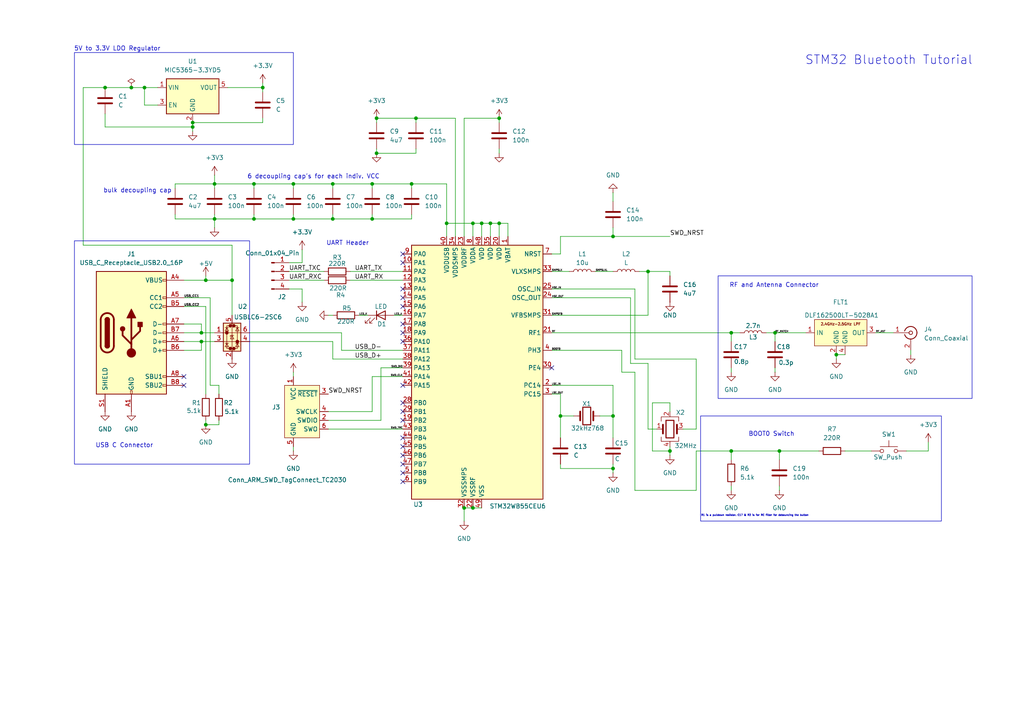
<source format=kicad_sch>
(kicad_sch (version 20231120) (generator "eeschema") (generator_version "8.0")
  (paper "A4")
  (lib_symbols
    (symbol "Connector:Conn_01x04_Pin" (pin_names (offset 1.016) hide)
      (property "Reference" "J" (at 0 5.08 0))
      (property "Value" "Conn_01x04_Pin" (at 0 -7.62 0))
      (symbol "Conn_01x04_Pin_1_1"
        (polyline (pts (xy 1.27 -5.08) (xy 0.8636 -5.08)) (stroke (width 0.1524)))
        (polyline (pts (xy 1.27 -2.54) (xy 0.8636 -2.54)) (stroke (width 0.1524)))
        (polyline (pts (xy 1.27 0) (xy 0.8636 0)) (stroke (width 0.1524)))
        (polyline (pts (xy 1.27 2.54) (xy 0.8636 2.54)) (stroke (width 0.1524)))
        (rectangle (start 0.8636 -4.953) (end 0 -5.207) (stroke (width 0.1524)) (fill (type outline)))
        (rectangle (start 0.8636 -2.413) (end 0 -2.667) (stroke (width 0.1524)) (fill (type outline)))
        (rectangle (start 0.8636 0.127) (end 0 -0.127) (stroke (width 0.1524)) (fill (type outline)))
        (rectangle (start 0.8636 2.667) (end 0 2.413) (stroke (width 0.1524)) (fill (type outline)))
        (pin passive line (at 5.08 2.54 180) (length 3.81) (name "Pin_1") (number "1"))
        (pin passive line (at 5.08 0 180) (length 3.81) (name "Pin_2") (number "2"))
        (pin passive line (at 5.08 -2.54 180) (length 3.81) (name "Pin_3") (number "3"))
        (pin passive line (at 5.08 -5.08 180) (length 3.81) (name "Pin_4") (number "4"))
      )
    )
    (symbol "Connector:Conn_ARM_SWD_TagConnect_TC2030" (in_bom no)
      (property "Reference" "J" (at 2.54 11.43 0))
      (property "Value" "Conn_ARM_SWD_TagConnect_TC2030" (at 5.08 8.89 0))
      (symbol "Conn_ARM_SWD_TagConnect_TC2030_0_0"
        (pin power_in line (at -2.54 10.16 270) (length 2.54) (name "VCC") (number "1"))
        (pin bidirectional line (at 7.62 -2.54 180) (length 2.54) (name "SWDIO") (number "2"))
        (pin open_collector line (at 7.62 5.08 180) (length 2.54) (name "~{RESET}") (number "3"))
        (pin output line (at 7.62 0 180) (length 2.54) (name "SWCLK") (number "4"))
        (pin power_in line (at -2.54 -10.16 90) (length 2.54) (name "GND") (number "5"))
        (pin input line (at 7.62 -5.08 180) (length 2.54) (name "SWO") (number "6"))
      )
      (symbol "Conn_ARM_SWD_TagConnect_TC2030_0_1"
        (rectangle (start -5.08 7.62) (end 5.08 -7.62) (fill (type background)))
      )
    )
    (symbol "Connector:Conn_Coaxial" (pin_names (offset 1.016) hide)
      (property "Reference" "J" (at 0.254 3.048 0))
      (property "Value" "Conn_Coaxial" (at 2.921 0 90))
      (symbol "Conn_Coaxial_0_1"
        (arc (start -1.778 -0.508) (mid 0.2311 -1.8066) (end 1.778 0) (stroke (width 0.254)))
        (polyline (pts (xy -2.54 0) (xy -0.508 0)))
        (polyline (pts (xy 0 -2.54) (xy 0 -1.778)))
        (circle (center 0 0) (radius 0.508) (stroke (width 0.2032)))
        (arc (start 1.778 0) (mid 0.2099 1.8101) (end -1.778 0.508) (stroke (width 0.254)))
      )
      (symbol "Conn_Coaxial_1_1"
        (pin passive line (at -5.08 0 0) (length 2.54) (name "In") (number "1"))
        (pin passive line (at 0 -5.08 90) (length 2.54) (name "Ext") (number "2"))
      )
    )
    (symbol "Connector:USB_C_Receptacle_USB2.0_16P" (pin_names (offset 1.016))
      (property "Reference" "J" (at 0 22.225 0))
      (property "Value" "USB_C_Receptacle_USB2.0_16P" (at 0 19.685 0))
      (symbol "USB_C_Receptacle_USB2.0_16P_0_0"
        (rectangle (start -0.254 -17.78) (end 0.254 -16.764))
        (rectangle (start 10.16 -14.986) (end 9.144 -15.494))
        (rectangle (start 10.16 -12.446) (end 9.144 -12.954))
        (rectangle (start 10.16 -4.826) (end 9.144 -5.334))
        (rectangle (start 10.16 -2.286) (end 9.144 -2.794))
        (rectangle (start 10.16 0.254) (end 9.144 -0.254))
        (rectangle (start 10.16 2.794) (end 9.144 2.286))
        (rectangle (start 10.16 7.874) (end 9.144 7.366))
        (rectangle (start 10.16 10.414) (end 9.144 9.906))
        (rectangle (start 10.16 15.494) (end 9.144 14.986))
      )
      (symbol "USB_C_Receptacle_USB2.0_16P_0_1"
        (rectangle (start -10.16 17.78) (end 10.16 -17.78) (stroke (width 0.254)) (fill (type background)))
        (arc (start -8.89 -3.81) (mid -6.985 -5.7067) (end -5.08 -3.81) (stroke (width 0.508)))
        (arc (start -7.62 -3.81) (mid -6.985 -4.4423) (end -6.35 -3.81) (stroke (width 0.254)))
        (arc (start -7.62 -3.81) (mid -6.985 -4.4423) (end -6.35 -3.81) (stroke (width 0.254)) (fill (type outline)))
        (rectangle (start -7.62 -3.81) (end -6.35 3.81) (stroke (width 0.254)) (fill (type outline)))
        (arc (start -6.35 3.81) (mid -6.985 4.4423) (end -7.62 3.81) (stroke (width 0.254)))
        (arc (start -6.35 3.81) (mid -6.985 4.4423) (end -7.62 3.81) (stroke (width 0.254)) (fill (type outline)))
        (arc (start -5.08 3.81) (mid -6.985 5.7067) (end -8.89 3.81) (stroke (width 0.508)))
        (circle (center -2.54 1.143) (radius 0.635) (stroke (width 0.254)) (fill (type outline)))
        (circle (center 0 -5.842) (radius 1.27) (fill (type outline)))
        (polyline (pts (xy -8.89 -3.81) (xy -8.89 3.81)) (stroke (width 0.508)))
        (polyline (pts (xy -5.08 3.81) (xy -5.08 -3.81)) (stroke (width 0.508)))
        (polyline (pts (xy 0 -5.842) (xy 0 4.318)) (stroke (width 0.508)))
        (polyline (pts (xy 0 -3.302) (xy -2.54 -0.762) (xy -2.54 0.508)) (stroke (width 0.508)))
        (polyline (pts (xy 0 -2.032) (xy 2.54 0.508) (xy 2.54 1.778)) (stroke (width 0.508)))
        (polyline (pts (xy -1.27 4.318) (xy 0 6.858) (xy 1.27 4.318) (xy -1.27 4.318)) (stroke (width 0.254)) (fill (type outline)))
        (rectangle (start 1.905 1.778) (end 3.175 3.048) (stroke (width 0.254)) (fill (type outline)))
      )
      (symbol "USB_C_Receptacle_USB2.0_16P_1_1"
        (pin passive line (at 0 -22.86 90) (length 5.08) (name "GND") (number "A1"))
        (pin passive line (at 0 -22.86 90) (length 5.08) hide (name "GND") (number "A12"))
        (pin passive line (at 15.24 15.24 180) (length 5.08) (name "VBUS") (number "A4"))
        (pin bidirectional line (at 15.24 10.16 180) (length 5.08) (name "CC1") (number "A5"))
        (pin bidirectional line (at 15.24 -2.54 180) (length 5.08) (name "D+") (number "A6"))
        (pin bidirectional line (at 15.24 2.54 180) (length 5.08) (name "D-") (number "A7"))
        (pin bidirectional line (at 15.24 -12.7 180) (length 5.08) (name "SBU1") (number "A8"))
        (pin passive line (at 15.24 15.24 180) (length 5.08) hide (name "VBUS") (number "A9"))
        (pin passive line (at 0 -22.86 90) (length 5.08) hide (name "GND") (number "B1"))
        (pin passive line (at 0 -22.86 90) (length 5.08) hide (name "GND") (number "B12"))
        (pin passive line (at 15.24 15.24 180) (length 5.08) hide (name "VBUS") (number "B4"))
        (pin bidirectional line (at 15.24 7.62 180) (length 5.08) (name "CC2") (number "B5"))
        (pin bidirectional line (at 15.24 -5.08 180) (length 5.08) (name "D+") (number "B6"))
        (pin bidirectional line (at 15.24 0 180) (length 5.08) (name "D-") (number "B7"))
        (pin bidirectional line (at 15.24 -15.24 180) (length 5.08) (name "SBU2") (number "B8"))
        (pin passive line (at 15.24 15.24 180) (length 5.08) hide (name "VBUS") (number "B9"))
        (pin passive line (at -7.62 -22.86 90) (length 5.08) (name "SHIELD") (number "S1"))
      )
    )
    (symbol "Device:C" (pin_numbers hide) (pin_names (offset 0.254))
      (property "Reference" "C" (at 0.635 2.54 0))
      (property "Value" "C" (at 0.635 -2.54 0))
      (symbol "C_0_1"
        (polyline (pts (xy -2.032 -0.762) (xy 2.032 -0.762)) (stroke (width 0.508)))
        (polyline (pts (xy -2.032 0.762) (xy 2.032 0.762)) (stroke (width 0.508)))
      )
      (symbol "C_1_1"
        (pin passive line (at 0 3.81 270) (length 2.794) (name "~") (number "1"))
        (pin passive line (at 0 -3.81 90) (length 2.794) (name "~") (number "2"))
      )
    )
    (symbol "Device:Crystal" (pin_numbers hide) (pin_names (offset 1.016) hide)
      (property "Reference" "Y" (at 0 3.81 0))
      (property "Value" "Crystal" (at 0 -3.81 0))
      (symbol "Crystal_0_1"
        (rectangle (start -1.143 2.54) (end 1.143 -2.54) (stroke (width 0.3048)))
        (polyline (pts (xy -2.54 0) (xy -1.905 0)))
        (polyline (pts (xy -1.905 -1.27) (xy -1.905 1.27)) (stroke (width 0.508)))
        (polyline (pts (xy 1.905 -1.27) (xy 1.905 1.27)) (stroke (width 0.508)))
        (polyline (pts (xy 2.54 0) (xy 1.905 0)))
      )
      (symbol "Crystal_1_1"
        (pin passive line (at -3.81 0 0) (length 1.27) (name "1") (number "1"))
        (pin passive line (at 3.81 0 180) (length 1.27) (name "2") (number "2"))
      )
    )
    (symbol "Device:Crystal_GND24" (pin_names (offset 1.016) hide)
      (property "Reference" "Y" (at 3.175 5.08 0))
      (property "Value" "Crystal_GND24" (at 3.175 3.175 0))
      (symbol "Crystal_GND24_0_1"
        (rectangle (start -1.143 2.54) (end 1.143 -2.54) (stroke (width 0.3048)))
        (polyline (pts (xy -2.54 0) (xy -2.032 0)))
        (polyline (pts (xy -2.032 -1.27) (xy -2.032 1.27)) (stroke (width 0.508)))
        (polyline (pts (xy 0 -3.81) (xy 0 -3.556)))
        (polyline (pts (xy 0 3.556) (xy 0 3.81)))
        (polyline (pts (xy 2.032 -1.27) (xy 2.032 1.27)) (stroke (width 0.508)))
        (polyline (pts (xy 2.032 0) (xy 2.54 0)))
        (polyline (pts (xy -2.54 -2.286) (xy -2.54 -3.556) (xy 2.54 -3.556) (xy 2.54 -2.286)))
        (polyline (pts (xy -2.54 2.286) (xy -2.54 3.556) (xy 2.54 3.556) (xy 2.54 2.286)))
      )
      (symbol "Crystal_GND24_1_1"
        (pin passive line (at -3.81 0 0) (length 1.27) (name "1") (number "1"))
        (pin passive line (at 0 5.08 270) (length 1.27) (name "2") (number "2"))
        (pin passive line (at 3.81 0 180) (length 1.27) (name "3") (number "3"))
        (pin passive line (at 0 -5.08 90) (length 1.27) (name "4") (number "4"))
      )
    )
    (symbol "Device:L" (pin_numbers hide) (pin_names (offset 1.016) hide)
      (property "Reference" "L" (at -1.27 0 90))
      (property "Value" "L" (at 1.905 0 90))
      (symbol "L_0_1"
        (arc (start 0 -2.54) (mid 0.6323 -1.905) (end 0 -1.27))
        (arc (start 0 -1.27) (mid 0.6323 -0.635) (end 0 0))
        (arc (start 0 0) (mid 0.6323 0.635) (end 0 1.27))
        (arc (start 0 1.27) (mid 0.6323 1.905) (end 0 2.54))
      )
      (symbol "L_1_1"
        (pin passive line (at 0 3.81 270) (length 1.27) (name "1") (number "1"))
        (pin passive line (at 0 -3.81 90) (length 1.27) (name "2") (number "2"))
      )
    )
    (symbol "Device:LED" (pin_numbers hide) (pin_names (offset 1.016) hide)
      (property "Reference" "D" (at 0 2.54 0))
      (property "Value" "LED" (at 0 -2.54 0))
      (symbol "LED_0_1"
        (polyline (pts (xy -1.27 -1.27) (xy -1.27 1.27)) (stroke (width 0.254)))
        (polyline (pts (xy -1.27 0) (xy 1.27 0)))
        (polyline (pts (xy 1.27 -1.27) (xy 1.27 1.27) (xy -1.27 0) (xy 1.27 -1.27)) (stroke (width 0.254)))
        (polyline (pts (xy -3.048 -0.762) (xy -4.572 -2.286) (xy -3.81 -2.286) (xy -4.572 -2.286) (xy -4.572 -1.524)))
        (polyline (pts (xy -1.778 -0.762) (xy -3.302 -2.286) (xy -2.54 -2.286) (xy -3.302 -2.286) (xy -3.302 -1.524)))
      )
      (symbol "LED_1_1"
        (pin passive line (at -3.81 0 0) (length 2.54) (name "K") (number "1"))
        (pin passive line (at 3.81 0 180) (length 2.54) (name "A") (number "2"))
      )
    )
    (symbol "Device:R" (pin_numbers hide) (pin_names (offset 0))
      (property "Reference" "R" (at 2.032 0 90))
      (property "Value" "R" (at 0 0 90))
      (symbol "R_0_1"
        (rectangle (start -1.016 -2.54) (end 1.016 2.54) (stroke (width 0.254)))
      )
      (symbol "R_1_1"
        (pin passive line (at 0 3.81 270) (length 1.27) (name "~") (number "1"))
        (pin passive line (at 0 -3.81 90) (length 1.27) (name "~") (number "2"))
      )
    )
    (symbol "MCU_ST_STM32WB:STM32WB55CEUx"
      (property "Reference" "U" (at -17.78 39.37 0))
      (property "Value" "STM32WB55CEUx" (at 12.7 39.37 0))
      (symbol "STM32WB55CEUx_0_1"
        (rectangle (start -17.78 -35.56) (end 20.32 38.1) (stroke (width 0.254)) (fill (type background)))
      )
      (symbol "STM32WB55CEUx_1_1"
        (pin power_in line (at -7.62 40.64 270) (length 2.54) (name "VBAT") (number "1"))
        (pin bidirectional line (at 22.86 33.02 180) (length 2.54) (name "PA1") (number "10"))
        (pin bidirectional line (at 22.86 30.48 180) (length 2.54) (name "PA2") (number "11"))
        (pin bidirectional line (at 22.86 27.94 180) (length 2.54) (name "PA3") (number "12"))
        (pin bidirectional line (at 22.86 25.4 180) (length 2.54) (name "PA4") (number "13"))
        (pin bidirectional line (at 22.86 22.86 180) (length 2.54) (name "PA5") (number "14"))
        (pin bidirectional line (at 22.86 20.32 180) (length 2.54) (name "PA6") (number "15"))
        (pin bidirectional line (at 22.86 17.78 180) (length 2.54) (name "PA7") (number "16"))
        (pin bidirectional line (at 22.86 15.24 180) (length 2.54) (name "PA8") (number "17"))
        (pin bidirectional line (at 22.86 12.7 180) (length 2.54) (name "PA9") (number "18"))
        (pin bidirectional line (at 22.86 -12.7 180) (length 2.54) (name "PB2") (number "19"))
        (pin bidirectional line (at -20.32 -2.54 0) (length 2.54) (name "PC14") (number "2"))
        (pin power_in line (at -5.08 40.64 270) (length 2.54) (name "VDD") (number "20"))
        (pin bidirectional line (at -20.32 12.7 0) (length 2.54) (name "RF1") (number "21"))
        (pin power_in line (at 2.54 -38.1 90) (length 2.54) (name "VSSRF") (number "22"))
        (pin power_in line (at 5.08 40.64 270) (length 2.54) (name "VDDRF") (number "23"))
        (pin input line (at -20.32 22.86 0) (length 2.54) (name "OSC_OUT") (number "24"))
        (pin input line (at -20.32 25.4 0) (length 2.54) (name "OSC_IN") (number "25"))
        (pin no_connect line (at -17.78 -35.56 0) (length 2.54) hide (name "AT0") (number "26"))
        (pin no_connect line (at -17.78 -33.02 0) (length 2.54) hide (name "AT1") (number "27"))
        (pin bidirectional line (at 22.86 -7.62 180) (length 2.54) (name "PB0") (number "28"))
        (pin bidirectional line (at 22.86 -10.16 180) (length 2.54) (name "PB1") (number "29"))
        (pin bidirectional line (at -20.32 -5.08 0) (length 2.54) (name "PC15") (number "3"))
        (pin bidirectional line (at -20.32 2.54 0) (length 2.54) (name "PE4") (number "30"))
        (pin input line (at -20.32 17.78 0) (length 2.54) (name "VFBSMPS") (number "31"))
        (pin power_in line (at 5.08 -38.1 90) (length 2.54) (name "VSSSMPS") (number "32"))
        (pin power_in line (at -20.32 30.48 0) (length 2.54) (name "VLXSMPS") (number "33"))
        (pin power_in line (at 7.62 40.64 270) (length 2.54) (name "VDDSMPS") (number "34"))
        (pin power_in line (at -2.54 40.64 270) (length 2.54) (name "VDD") (number "35"))
        (pin bidirectional line (at 22.86 10.16 180) (length 2.54) (name "PA10") (number "36"))
        (pin bidirectional line (at 22.86 7.62 180) (length 2.54) (name "PA11") (number "37"))
        (pin bidirectional line (at 22.86 5.08 180) (length 2.54) (name "PA12") (number "38"))
        (pin bidirectional line (at 22.86 2.54 180) (length 2.54) (name "PA13") (number "39"))
        (pin bidirectional line (at -20.32 7.62 0) (length 2.54) (name "PH3") (number "4"))
        (pin power_in line (at 10.16 40.64 270) (length 2.54) (name "VDDUSB") (number "40"))
        (pin bidirectional line (at 22.86 0 180) (length 2.54) (name "PA14") (number "41"))
        (pin bidirectional line (at 22.86 -2.54 180) (length 2.54) (name "PA15") (number "42"))
        (pin bidirectional line (at 22.86 -15.24 180) (length 2.54) (name "PB3") (number "43"))
        (pin bidirectional line (at 22.86 -17.78 180) (length 2.54) (name "PB4") (number "44"))
        (pin bidirectional line (at 22.86 -20.32 180) (length 2.54) (name "PB5") (number "45"))
        (pin bidirectional line (at 22.86 -22.86 180) (length 2.54) (name "PB6") (number "46"))
        (pin bidirectional line (at 22.86 -25.4 180) (length 2.54) (name "PB7") (number "47"))
        (pin power_in line (at 0 40.64 270) (length 2.54) (name "VDD") (number "48"))
        (pin power_in line (at 0 -38.1 90) (length 2.54) (name "VSS") (number "49"))
        (pin bidirectional line (at 22.86 -27.94 180) (length 2.54) (name "PB8") (number "5"))
        (pin bidirectional line (at 22.86 -30.48 180) (length 2.54) (name "PB9") (number "6"))
        (pin input line (at -20.32 35.56 0) (length 2.54) (name "NRST") (number "7"))
        (pin power_in line (at 2.54 40.64 270) (length 2.54) (name "VDDA") (number "8"))
        (pin bidirectional line (at 22.86 35.56 180) (length 2.54) (name "PA0") (number "9"))
      )
    )
    (symbol "Power_Protection:USBLC6-2SC6" (pin_names hide)
      (property "Reference" "U" (at 0.635 5.715 0))
      (property "Value" "USBLC6-2SC6" (at 0.635 3.81 0))
      (symbol "USBLC6-2SC6_0_0"
        (circle (center -1.524 0) (radius 0.0001) (stroke (width 0.508)))
        (circle (center -0.508 -4.572) (radius 0.0001) (stroke (width 0.508)))
        (circle (center -0.508 2.032) (radius 0.0001) (stroke (width 0.508)))
        (circle (center 0.508 -4.572) (radius 0.0001) (stroke (width 0.508)))
        (circle (center 0.508 2.032) (radius 0.0001) (stroke (width 0.508)))
        (circle (center 1.524 -2.54) (radius 0.0001) (stroke (width 0.508)))
      )
      (symbol "USBLC6-2SC6_0_1"
        (polyline (pts (xy -2.54 -2.54) (xy 2.54 -2.54)))
        (polyline (pts (xy -2.54 0) (xy 2.54 0)))
        (polyline (pts (xy -2.032 -3.048) (xy -1.016 -3.048)))
        (polyline (pts (xy -1.016 1.524) (xy -2.032 1.524)))
        (polyline (pts (xy 1.016 -3.048) (xy 2.032 -3.048)))
        (polyline (pts (xy 1.016 1.524) (xy 2.032 1.524)))
        (polyline (pts (xy -0.508 -1.143) (xy -0.508 -0.762) (xy 0.508 -0.762)))
        (polyline (pts (xy -2.032 0.508) (xy -1.016 0.508) (xy -1.524 1.524) (xy -2.032 0.508)))
        (polyline (pts (xy -1.016 -4.064) (xy -2.032 -4.064) (xy -1.524 -3.048) (xy -1.016 -4.064)))
        (polyline (pts (xy 0.508 -1.778) (xy -0.508 -1.778) (xy 0 -0.762) (xy 0.508 -1.778)))
        (polyline (pts (xy 2.032 -4.064) (xy 1.016 -4.064) (xy 1.524 -3.048) (xy 2.032 -4.064)))
        (polyline (pts (xy 2.032 0.508) (xy 1.016 0.508) (xy 1.524 1.524) (xy 2.032 0.508)))
        (polyline (pts (xy 0 2.54) (xy -0.508 2.032) (xy 0.508 2.032) (xy 0 1.524) (xy 0 -4.064) (xy -0.508 -4.572) (xy 0.508 -4.572) (xy 0 -5.08)))
      )
      (symbol "USBLC6-2SC6_1_1"
        (rectangle (start -2.54 2.794) (end 2.54 -5.334) (stroke (width 0.254)) (fill (type background)))
        (polyline (pts (xy -0.508 2.032) (xy -1.524 2.032) (xy -1.524 -4.572) (xy -0.508 -4.572)))
        (polyline (pts (xy 0.508 -4.572) (xy 1.524 -4.572) (xy 1.524 2.032) (xy 0.508 2.032)))
        (pin passive line (at -5.08 0 0) (length 2.54) (name "I/O1") (number "1"))
        (pin passive line (at 0 -7.62 90) (length 2.54) (name "GND") (number "2"))
        (pin passive line (at -5.08 -2.54 0) (length 2.54) (name "I/O2") (number "3"))
        (pin passive line (at 5.08 -2.54 180) (length 2.54) (name "I/O2") (number "4"))
        (pin passive line (at 0 5.08 270) (length 2.54) (name "VBUS") (number "5"))
        (pin passive line (at 5.08 0 180) (length 2.54) (name "I/O1") (number "6"))
      )
    )
    (symbol "Regulator_Linear:MIC5365-3.3YD5"
      (property "Reference" "U" (at -7.62 6.35 0))
      (property "Value" "MIC5365-3.3YD5" (at 0 6.35 0))
      (symbol "MIC5365-3.3YD5_0_1"
        (rectangle (start -7.62 -5.08) (end 7.62 5.08) (stroke (width 0.254)) (fill (type background)))
      )
      (symbol "MIC5365-3.3YD5_1_1"
        (pin power_in line (at -10.16 2.54 0) (length 2.54) (name "VIN") (number "1"))
        (pin power_in line (at 0 -7.62 90) (length 2.54) (name "GND") (number "2"))
        (pin input line (at -10.16 -2.54 0) (length 2.54) (name "EN") (number "3"))
        (pin no_connect line (at 7.62 -2.54 180) (length 2.54) hide (name "NC") (number "4"))
        (pin power_out line (at 10.16 2.54 180) (length 2.54) (name "VOUT") (number "5"))
      )
    )
    (symbol "STM32_bluetooth_sch_symbols:DLF162500LT-5028A1"
      (property "Reference" "FLT" (at -0.254 6.096 0))
      (property "Value" "DLF162500LT-5028A1" (at 14.224 -5.334 0))
      (symbol "DLF162500LT-5028A1_0_0"
        (pin passive line (at -1.27 -6.35 90) (length 2.54) (name "GND") (number "2"))
        (pin passive line (at 10.16 0 180) (length 2.54) (name "OUT") (number "3"))
        (pin passive line (at 1.27 -6.35 90) (length 2.54) (name "GND") (number "4"))
      )
      (symbol "DLF162500LT-5028A1_1_0"
        (pin passive line (at -10.16 0 0) (length 2.54) (name "IN") (number "1"))
      )
      (symbol "DLF162500LT-5028A1_1_1"
        (rectangle (start -7.62 3.81) (end 7.62 -3.81) (fill (type background)))
        (text "2.4GHz-2.5GHz LPF" (at 0 2.54 0) (effects (font (size 0.762 0.762))))
      )
    )
    (symbol "Switch:SW_Push" (pin_numbers hide) (pin_names (offset 1.016) hide)
      (property "Reference" "SW" (at 1.27 2.54 0))
      (property "Value" "SW_Push" (at 0 -1.524 0))
      (symbol "SW_Push_0_1"
        (circle (center -2.032 0) (radius 0.508))
        (polyline (pts (xy 0 1.27) (xy 0 3.048)))
        (polyline (pts (xy 2.54 1.27) (xy -2.54 1.27)))
        (circle (center 2.032 0) (radius 0.508))
        (pin passive line (at -5.08 0 0) (length 2.54) (name "1") (number "1"))
        (pin passive line (at 5.08 0 180) (length 2.54) (name "2") (number "2"))
      )
    )
    (symbol "power:+3.3V" (power) (pin_numbers hide) (pin_names (offset 0) hide)
      (property "Value" "+3.3V" (at 0 3.556 0))
      (symbol "+3.3V_0_1"
        (polyline (pts (xy -0.762 1.27) (xy 0 2.54)))
        (polyline (pts (xy 0 0) (xy 0 2.54)))
        (polyline (pts (xy 0 2.54) (xy 0.762 1.27)))
      )
      (symbol "+3.3V_1_1"
        (pin power_in line (at 0 0 90) (length 0) (name "~") (number "1"))
      )
    )
    (symbol "power:+3V3" (power) (pin_numbers hide) (pin_names (offset 0) hide)
      (property "Value" "+3V3" (at 0 3.556 0))
      (symbol "+3V3_0_1"
        (polyline (pts (xy -0.762 1.27) (xy 0 2.54)))
        (polyline (pts (xy 0 0) (xy 0 2.54)))
        (polyline (pts (xy 0 2.54) (xy 0.762 1.27)))
      )
      (symbol "+3V3_1_1"
        (pin power_in line (at 0 0 90) (length 0) (name "~") (number "1"))
      )
    )
    (symbol "power:+5V" (power) (pin_numbers hide) (pin_names (offset 0) hide)
      (property "Value" "+5V" (at 0 3.556 0))
      (symbol "+5V_0_1"
        (polyline (pts (xy -0.762 1.27) (xy 0 2.54)))
        (polyline (pts (xy 0 0) (xy 0 2.54)))
        (polyline (pts (xy 0 2.54) (xy 0.762 1.27)))
      )
      (symbol "+5V_1_1"
        (pin power_in line (at 0 0 90) (length 0) (name "~") (number "1"))
      )
    )
    (symbol "power:GND" (power) (pin_numbers hide) (pin_names (offset 0) hide)
      (property "Value" "GND" (at 0 -3.81 0))
      (symbol "GND_0_1"
        (polyline (pts (xy 0 0) (xy 0 -1.27) (xy 1.27 -1.27) (xy 0 -2.54) (xy -1.27 -1.27) (xy 0 -1.27)))
      )
      (symbol "GND_1_1"
        (pin power_in line (at 0 0 270) (length 0) (name "~") (number "1"))
      )
    )
    (symbol "power:PWR_FLAG" (power) (pin_numbers hide) (pin_names (offset 0) hide)
      (property "Value" "PWR_FLAG" (at 0 3.81 0))
      (symbol "PWR_FLAG_0_0"
        (pin power_out line (at 0 0 90) (length 0) (name "~") (number "1"))
      )
      (symbol "PWR_FLAG_0_1"
        (polyline (pts (xy 0 0) (xy 0 1.27) (xy -1.016 1.905) (xy 0 2.54) (xy 1.016 1.905) (xy 0 1.27)))
      )
    )
  )
  (junction (at 224.79 96.52))
  (junction (at 119.38 53.34))
  (junction (at 212.09 96.52))
  (junction (at 109.22 44.45))
  (junction (at 73.66 63.5))
  (junction (at 242.57 102.87))
  (junction (at 134.62 147.32))
  (junction (at 85.09 53.34))
  (junction (at 139.7 64.77))
  (junction (at 187.96 78.74))
  (junction (at 59.69 81.28))
  (junction (at 109.22 34.29))
  (junction (at 137.16 147.32))
  (junction (at 96.52 53.34))
  (junction (at 96.52 63.5))
  (junction (at 226.06 130.81))
  (junction (at 144.78 64.77))
  (junction (at 162.56 120.65))
  (junction (at 177.8 135.89))
  (junction (at 58.42 96.52))
  (junction (at 107.95 63.5))
  (junction (at 55.88 36.83))
  (junction (at 59.69 123.19))
  (junction (at 76.2 25.4))
  (junction (at 177.8 68.58))
  (junction (at 194.31 130.81))
  (junction (at 73.66 53.34))
  (junction (at 85.09 63.5))
  (junction (at 137.16 64.77))
  (junction (at 142.24 64.77))
  (junction (at 120.65 34.29))
  (junction (at 177.8 120.65))
  (junction (at 144.78 34.29))
  (junction (at 62.23 53.34))
  (junction (at 30.48 25.4))
  (junction (at 55.88 35.56))
  (junction (at 129.54 64.77))
  (junction (at 58.42 99.06))
  (junction (at 67.31 81.28))
  (junction (at 41.91 25.4))
  (junction (at 212.09 130.81))
  (junction (at 38.1 25.4))
  (junction (at 62.23 63.5))
  (junction (at 107.95 53.34))
  (no_connect (at 116.84 134.62))
  (no_connect (at 116.84 73.66))
  (no_connect (at 116.84 139.7))
  (no_connect (at 116.84 132.08))
  (no_connect (at 116.84 99.06))
  (no_connect (at 53.34 111.76))
  (no_connect (at 116.84 116.84))
  (no_connect (at 116.84 96.52))
  (no_connect (at 53.34 109.22))
  (no_connect (at 160.02 106.68))
  (no_connect (at 116.84 76.2))
  (no_connect (at 116.84 86.36))
  (no_connect (at 116.84 111.76))
  (no_connect (at 116.84 83.82))
  (no_connect (at 116.84 127))
  (no_connect (at 116.84 119.38))
  (no_connect (at 116.84 121.92))
  (no_connect (at 116.84 93.98))
  (no_connect (at 116.84 137.16))
  (no_connect (at 116.84 129.54))
  (no_connect (at 116.84 88.9))
  (wire (pts (xy 142.24 64.77) (xy 142.24 68.58)))
  (wire (pts (xy 59.69 88.9) (xy 53.34 88.9)))
  (wire (pts (xy 184.15 107.95) (xy 184.15 142.24)))
  (wire (pts (xy 189.23 116.84) (xy 194.31 116.84)))
  (wire (pts (xy 137.16 64.77) (xy 139.7 64.77)))
  (wire (pts (xy 120.65 35.56) (xy 120.65 34.29)))
  (wire (pts (xy 58.42 101.6) (xy 58.42 99.06)))
  (wire (pts (xy 62.23 53.34) (xy 73.66 53.34)))
  (wire (pts (xy 162.56 114.3) (xy 162.56 120.65)))
  (wire (pts (xy 201.93 142.24) (xy 201.93 130.81)))
  (wire (pts (xy 245.11 130.81) (xy 252.73 130.81)))
  (wire (pts (xy 177.8 66.04) (xy 177.8 68.58)))
  (wire (pts (xy 85.09 129.54) (xy 85.09 130.81)))
  (wire (pts (xy 101.6 78.74) (xy 116.84 78.74)))
  (wire (pts (xy 262.89 130.81) (xy 269.24 130.81)))
  (wire (pts (xy 162.56 135.89) (xy 177.8 135.89)))
  (wire (pts (xy 212.09 130.81) (xy 226.06 130.81)))
  (wire (pts (xy 107.95 119.38) (xy 107.95 109.22)))
  (wire (pts (xy 137.16 147.32) (xy 139.7 147.32)))
  (wire (pts (xy 110.49 121.92) (xy 95.25 121.92)))
  (wire (pts (xy 62.23 66.04) (xy 62.23 63.5)))
  (wire (pts (xy 53.34 86.36) (xy 60.96 86.36)))
  (wire (pts (xy 177.8 134.62) (xy 177.8 135.89)))
  (wire (pts (xy 144.78 34.29) (xy 144.78 35.56)))
  (wire (pts (xy 96.52 62.23) (xy 96.52 63.5)))
  (wire (pts (xy 194.31 116.84) (xy 194.31 119.38)))
  (wire (pts (xy 95.25 119.38) (xy 107.95 119.38)))
  (wire (pts (xy 55.88 38.1) (xy 55.88 36.83)))
  (wire (pts (xy 62.23 54.61) (xy 62.23 53.34)))
  (wire (pts (xy 177.8 111.76) (xy 177.8 120.65)))
  (wire (pts (xy 63.5 111.76) (xy 63.5 114.3)))
  (wire (pts (xy 104.14 91.44) (xy 106.68 91.44)))
  (wire (pts (xy 110.49 106.68) (xy 110.49 121.92)))
  (wire (pts (xy 139.7 64.77) (xy 139.7 68.58)))
  (wire (pts (xy 62.23 50.8) (xy 62.23 53.34)))
  (wire (pts (xy 107.95 109.22) (xy 116.84 109.22)))
  (wire (pts (xy 58.42 96.52) (xy 62.23 96.52)))
  (wire (pts (xy 85.09 54.61) (xy 85.09 53.34)))
  (wire (pts (xy 132.08 34.29) (xy 132.08 68.58)))
  (wire (pts (xy 180.34 107.95) (xy 184.15 107.95)))
  (wire (pts (xy 139.7 64.77) (xy 142.24 64.77)))
  (wire (pts (xy 147.32 64.77) (xy 147.32 68.58)))
  (wire (pts (xy 50.8 62.23) (xy 50.8 63.5)))
  (wire (pts (xy 95.25 124.46) (xy 116.84 124.46)))
  (wire (pts (xy 99.06 101.6) (xy 116.84 101.6)))
  (wire (pts (xy 24.13 71.12) (xy 24.13 25.4)))
  (wire (pts (xy 129.54 68.58) (xy 129.54 64.77)))
  (wire (pts (xy 269.24 128.27) (xy 269.24 130.81)))
  (wire (pts (xy 85.09 63.5) (xy 96.52 63.5)))
  (wire (pts (xy 119.38 62.23) (xy 119.38 63.5)))
  (wire (pts (xy 194.31 78.74) (xy 194.31 80.01)))
  (wire (pts (xy 212.09 96.52) (xy 214.63 96.52)))
  (wire (pts (xy 212.09 130.81) (xy 212.09 133.35)))
  (wire (pts (xy 162.56 134.62) (xy 162.56 135.89)))
  (wire (pts (xy 160.02 73.66) (xy 162.56 73.66)))
  (wire (pts (xy 129.54 64.77) (xy 137.16 64.77)))
  (wire (pts (xy 60.96 111.76) (xy 63.5 111.76)))
  (wire (pts (xy 187.96 105.41) (xy 187.96 124.46)))
  (wire (pts (xy 226.06 130.81) (xy 226.06 133.35)))
  (wire (pts (xy 162.56 120.65) (xy 166.37 120.65)))
  (wire (pts (xy 134.62 34.29) (xy 134.62 68.58)))
  (wire (pts (xy 107.95 54.61) (xy 107.95 53.34)))
  (wire (pts (xy 160.02 86.36) (xy 182.88 86.36)))
  (wire (pts (xy 53.34 96.52) (xy 58.42 96.52)))
  (wire (pts (xy 201.93 130.81) (xy 212.09 130.81)))
  (wire (pts (xy 129.54 53.34) (xy 129.54 64.77)))
  (wire (pts (xy 119.38 54.61) (xy 119.38 53.34)))
  (wire (pts (xy 30.48 36.83) (xy 55.88 36.83)))
  (wire (pts (xy 76.2 26.67) (xy 76.2 25.4)))
  (wire (pts (xy 45.72 30.48) (xy 41.91 30.48)))
  (wire (pts (xy 224.79 96.52) (xy 224.79 99.06)))
  (wire (pts (xy 41.91 30.48) (xy 41.91 25.4)))
  (wire (pts (xy 24.13 25.4) (xy 30.48 25.4)))
  (wire (pts (xy 119.38 53.34) (xy 129.54 53.34)))
  (wire (pts (xy 59.69 80.01) (xy 59.69 81.28)))
  (wire (pts (xy 160.02 114.3) (xy 162.56 114.3)))
  (wire (pts (xy 59.69 81.28) (xy 67.31 81.28)))
  (wire (pts (xy 87.63 72.39) (xy 87.63 76.2)))
  (wire (pts (xy 180.34 101.6) (xy 180.34 107.95)))
  (wire (pts (xy 96.52 63.5) (xy 107.95 63.5)))
  (wire (pts (xy 144.78 34.29) (xy 134.62 34.29)))
  (wire (pts (xy 198.12 124.46) (xy 201.93 124.46)))
  (wire (pts (xy 72.39 99.06) (xy 96.52 99.06)))
  (wire (pts (xy 194.31 129.54) (xy 194.31 130.81)))
  (wire (pts (xy 73.66 53.34) (xy 85.09 53.34)))
  (wire (pts (xy 144.78 43.18) (xy 144.78 44.45)))
  (wire (pts (xy 160.02 96.52) (xy 212.09 96.52)))
  (wire (pts (xy 99.06 96.52) (xy 99.06 101.6)))
  (wire (pts (xy 109.22 44.45) (xy 120.65 44.45)))
  (wire (pts (xy 107.95 62.23) (xy 107.95 63.5)))
  (wire (pts (xy 264.16 101.6) (xy 264.16 102.87)))
  (wire (pts (xy 95.25 91.44) (xy 96.52 91.44)))
  (wire (pts (xy 73.66 54.61) (xy 73.66 53.34)))
  (wire (pts (xy 212.09 99.06) (xy 212.09 96.52)))
  (wire (pts (xy 224.79 106.68) (xy 224.79 107.95)))
  (wire (pts (xy 212.09 142.24) (xy 212.09 140.97)))
  (wire (pts (xy 41.91 25.4) (xy 45.72 25.4)))
  (wire (pts (xy 96.52 99.06) (xy 96.52 104.14)))
  (wire (pts (xy 85.09 53.34) (xy 96.52 53.34)))
  (wire (pts (xy 96.52 53.34) (xy 107.95 53.34)))
  (wire (pts (xy 83.82 78.74) (xy 93.98 78.74)))
  (wire (pts (xy 50.8 63.5) (xy 62.23 63.5)))
  (wire (pts (xy 58.42 99.06) (xy 62.23 99.06)))
  (wire (pts (xy 142.24 64.77) (xy 144.78 64.77)))
  (wire (pts (xy 76.2 24.13) (xy 76.2 25.4)))
  (wire (pts (xy 194.31 130.81) (xy 194.31 132.08)))
  (wire (pts (xy 224.79 96.52) (xy 233.68 96.52)))
  (wire (pts (xy 55.88 36.83) (xy 55.88 35.56)))
  (wire (pts (xy 160.02 111.76) (xy 177.8 111.76)))
  (wire (pts (xy 67.31 81.28) (xy 67.31 91.44)))
  (wire (pts (xy 30.48 33.02) (xy 30.48 36.83)))
  (wire (pts (xy 63.5 121.92) (xy 63.5 123.19)))
  (wire (pts (xy 83.82 81.28) (xy 93.98 81.28)))
  (wire (pts (xy 177.8 135.89) (xy 177.8 137.16)))
  (wire (pts (xy 38.1 25.4) (xy 41.91 25.4)))
  (wire (pts (xy 242.57 102.87) (xy 242.57 104.14)))
  (wire (pts (xy 53.34 101.6) (xy 58.42 101.6)))
  (wire (pts (xy 201.93 104.14) (xy 184.15 104.14)))
  (wire (pts (xy 187.96 78.74) (xy 194.31 78.74)))
  (wire (pts (xy 87.63 83.82) (xy 87.63 87.63)))
  (wire (pts (xy 109.22 44.45) (xy 109.22 43.18)))
  (wire (pts (xy 76.2 34.29) (xy 76.2 35.56)))
  (wire (pts (xy 107.95 53.34) (xy 119.38 53.34)))
  (wire (pts (xy 201.93 124.46) (xy 201.93 104.14)))
  (wire (pts (xy 73.66 62.23) (xy 73.66 63.5)))
  (wire (pts (xy 59.69 114.3) (xy 59.69 88.9)))
  (wire (pts (xy 222.25 96.52) (xy 224.79 96.52)))
  (wire (pts (xy 53.34 99.06) (xy 58.42 99.06)))
  (wire (pts (xy 116.84 106.68) (xy 110.49 106.68)))
  (wire (pts (xy 73.66 63.5) (xy 85.09 63.5)))
  (wire (pts (xy 109.22 34.29) (xy 109.22 35.56)))
  (wire (pts (xy 187.96 91.44) (xy 187.96 78.74)))
  (wire (pts (xy 187.96 124.46) (xy 190.5 124.46)))
  (wire (pts (xy 160.02 91.44) (xy 187.96 91.44)))
  (wire (pts (xy 62.23 53.34) (xy 50.8 53.34)))
  (wire (pts (xy 182.88 105.41) (xy 187.96 105.41)))
  (wire (pts (xy 144.78 64.77) (xy 147.32 64.77)))
  (wire (pts (xy 120.65 34.29) (xy 109.22 34.29)))
  (wire (pts (xy 85.09 107.95) (xy 85.09 109.22)))
  (wire (pts (xy 96.52 104.14) (xy 116.84 104.14)))
  (wire (pts (xy 30.48 25.4) (xy 38.1 25.4)))
  (wire (pts (xy 184.15 83.82) (xy 160.02 83.82)))
  (wire (pts (xy 85.09 62.23) (xy 85.09 63.5)))
  (wire (pts (xy 173.99 120.65) (xy 177.8 120.65)))
  (wire (pts (xy 50.8 53.34) (xy 50.8 54.61)))
  (wire (pts (xy 62.23 63.5) (xy 73.66 63.5)))
  (wire (pts (xy 114.3 91.44) (xy 116.84 91.44)))
  (wire (pts (xy 226.06 130.81) (xy 237.49 130.81)))
  (wire (pts (xy 189.23 130.81) (xy 189.23 116.84)))
  (wire (pts (xy 182.88 86.36) (xy 182.88 105.41)))
  (wire (pts (xy 162.56 120.65) (xy 162.56 127)))
  (wire (pts (xy 184.15 104.14) (xy 184.15 83.82)))
  (wire (pts (xy 62.23 63.5) (xy 62.23 62.23)))
  (wire (pts (xy 185.42 78.74) (xy 187.96 78.74)))
  (wire (pts (xy 67.31 81.28) (xy 67.31 71.12)))
  (wire (pts (xy 137.16 64.77) (xy 137.16 68.58)))
  (wire (pts (xy 132.08 34.29) (xy 120.65 34.29)))
  (wire (pts (xy 160.02 101.6) (xy 180.34 101.6)))
  (wire (pts (xy 172.72 78.74) (xy 177.8 78.74)))
  (wire (pts (xy 83.82 83.82) (xy 87.63 83.82)))
  (wire (pts (xy 162.56 68.58) (xy 177.8 68.58)))
  (wire (pts (xy 96.52 54.61) (xy 96.52 53.34)))
  (wire (pts (xy 53.34 93.98) (xy 58.42 93.98)))
  (wire (pts (xy 59.69 121.92) (xy 59.69 123.19)))
  (wire (pts (xy 66.04 25.4) (xy 76.2 25.4)))
  (wire (pts (xy 194.31 130.81) (xy 189.23 130.81)))
  (wire (pts (xy 177.8 55.88) (xy 177.8 58.42)))
  (wire (pts (xy 259.08 96.52) (xy 254 96.52)))
  (wire (pts (xy 144.78 64.77) (xy 144.78 68.58)))
  (wire (pts (xy 101.6 81.28) (xy 116.84 81.28)))
  (wire (pts (xy 242.57 102.87) (xy 245.11 102.87)))
  (wire (pts (xy 72.39 96.52) (xy 99.06 96.52)))
  (wire (pts (xy 107.95 63.5) (xy 119.38 63.5)))
  (wire (pts (xy 177.8 68.58) (xy 194.31 68.58)))
  (wire (pts (xy 120.65 44.45) (xy 120.65 43.18)))
  (wire (pts (xy 177.8 120.65) (xy 177.8 127)))
  (wire (pts (xy 134.62 147.32) (xy 137.16 147.32)))
  (wire (pts (xy 83.82 76.2) (xy 87.63 76.2)))
  (wire (pts (xy 53.34 81.28) (xy 59.69 81.28)))
  (wire (pts (xy 226.06 142.24) (xy 226.06 140.97)))
  (wire (pts (xy 134.62 147.32) (xy 134.62 151.13)))
  (wire (pts (xy 55.88 35.56) (xy 76.2 35.56)))
  (wire (pts (xy 184.15 142.24) (xy 201.93 142.24)))
  (wire (pts (xy 58.42 93.98) (xy 58.42 96.52)))
  (wire (pts (xy 212.09 106.68) (xy 212.09 107.95)))
  (wire (pts (xy 60.96 86.36) (xy 60.96 111.76)))
  (wire (pts (xy 67.31 71.12) (xy 24.13 71.12)))
  (wire (pts (xy 160.02 78.74) (xy 165.1 78.74)))
  (wire (pts (xy 162.56 73.66) (xy 162.56 68.58)))
  (wire (pts (xy 63.5 123.19) (xy 59.69 123.19)))
  (rectangle (start 208.28 80.01) (end 281.94 115.57))
  (rectangle (start 203.2 120.65) (end 273.05 151.13))
  (rectangle (start 21.59 69.85) (end 72.39 134.62))
  (rectangle (start 21.59 15.24) (end 85.09 41.91))
  (text "RF and Antenna Connector" (at 224.536 82.804 0) (effects (font (size 1.27 1.27))))
  (text "5V to 3.3V LDO Regulator" (at 34.036 14.224 0) (effects (font (size 1.27 1.27))))
  (text "R1 is a pulldown resistor. C17 & R2 is for RC filter for debouncing the button" (at 218.948 149.606 0) (effects (font (size 0.508 0.508))))
  (text "USB C Connector" (at 36.068 129.286 0) (effects (font (size 1.27 1.27))))
  (text "6 decoupling cap's for each indiv. VCC" (at 90.932 51.308 0) (effects (font (size 1.27 1.27))))
  (text "BOOT0 Switch" (at 223.774 125.984 0) (effects (font (size 1.27 1.27))))
  (text "bulk decoupling cap" (at 39.878 55.372 0) (effects (font (size 1.27 1.27))))
  (text "UART Header" (at 100.838 70.612 0) (effects (font (size 1.27 1.27))))
  (text "STM32 Bluetooth Tutorial" (at 257.81 17.526 0) (effects (font (size 2.54 2.54))))
  (label "LED_A" (at 114.3 91.44 0) (effects (font (size 0.508 0.508))))
  (label "USB_CC2" (at 53.34 88.9 0) (effects (font (size 0.635 0.635))))
  (label "RF_ANT" (at 254 96.52 0) (effects (font (size 0.508 0.508))))
  (label "LSE_IN" (at 160.02 111.76 0) (effects (font (size 0.508 0.508))))
  (label "SWD_NRST" (at 194.31 68.58 0))
  (label "HSE_OUT" (at 160.02 86.36 0) (effects (font (size 0.508 0.508))))
  (label "RF" (at 160.02 96.52 0) (effects (font (size 0.508 0.508))))
  (label "RF_MATCH" (at 224.79 96.52 0) (effects (font (size 0.508 0.508))))
  (label "UART_TX" (at 102.87 78.74 0))
  (label "LED_K" (at 104.14 91.44 0) (effects (font (size 0.508 0.508))))
  (label "HSE_IN" (at 160.02 83.82 0) (effects (font (size 0.508 0.508))))
  (label "SMPSLX" (at 160.02 78.74 0) (effects (font (size 0.508 0.508))))
  (label "SWD_CLK" (at 116.84 109.22 180) (effects (font (size 0.508 0.508))))
  (label "SWD_DIO" (at 116.84 106.68 180) (effects (font (size 0.508 0.508))))
  (label "USB_CC1" (at 53.34 86.36 0) (effects (font (size 0.635 0.635))))
  (label "SMPSFB" (at 160.02 91.44 0) (effects (font (size 0.508 0.508))))
  (label "USB_D-" (at 102.87 101.6 0))
  (label "LSE_OUT" (at 160.02 114.3 0) (effects (font (size 0.508 0.508))))
  (label "UART_RXC" (at 83.82 81.28 0))
  (label "SWD_NRST" (at 95.25 114.3 0))
  (label "USB_D+" (at 102.87 104.14 0))
  (label "UART_RX" (at 102.87 81.28 0))
  (label "SMPSLXL" (at 172.72 78.74 0) (effects (font (size 0.508 0.508))))
  (label "SWD_TRC" (at 116.84 124.46 180) (effects (font (size 0.508 0.508))))
  (label "UART_TXC" (at 83.82 78.74 0))
  (label "BOOT0" (at 160.02 101.6 0) (effects (font (size 0.508 0.508))))
  (symbol (lib_id "power:GND") (at 212.09 107.95 0) (unit 1)
    (property "Reference" "#PWR024" (effects (hide yes)))
    (property "Value" "GND" (at 212.09 113.03 0))
    (property "Description" "Power symbol creates a global label with name \"GND\" , ground" (effects (hide yes)))
  )
  (symbol (lib_id "Device:C") (at 109.22 39.37 0) (unit 1)
    (property "Reference" "C9" (at 113.03 38.0999 0) (effects (justify left)))
    (property "Value" "4u7" (at 113.03 40.6399 0) (effects (justify left)))
    (property "Description" "Unpolarized capacitor" (effects (hide yes)))
  )
  (symbol (lib_id "power:+3V3") (at 269.24 128.27 0) (unit 1)
    (property "Reference" "#PWR030" (effects (hide yes)))
    (property "Value" "+3V3" (at 269.24 123.19 0))
    (property "Description" "Power symbol creates a global label with name \"+3V3\"" (effects (hide yes)))
  )
  (symbol (lib_id "power:GND") (at 226.06 142.24 0) (unit 1)
    (property "Reference" "#PWR027" (effects (hide yes)))
    (property "Value" "GND" (at 226.06 147.32 0))
    (property "Description" "Power symbol creates a global label with name \"GND\" , ground" (effects (hide yes)))
  )
  (symbol (lib_id "power:GND") (at 144.78 44.45 0) (unit 1)
    (property "Reference" "#PWR019" (effects (hide yes)))
    (property "Value" "GND" (effects (hide yes)))
    (property "Description" "Power symbol creates a global label with name \"GND\" , ground" (effects (hide yes)))
  )
  (symbol (lib_id "power:+3.3V") (at 76.2 24.13 0) (unit 1)
    (property "Reference" "#PWR09" (effects (hide yes)))
    (property "Value" "+3.3V" (at 76.2 19.05 0))
    (property "Description" "Power symbol creates a global label with name \"+3.3V\"" (effects (hide yes)))
  )
  (symbol (lib_id "Device:C") (at 62.23 58.42 0) (unit 1)
    (property "Reference" "C3" (at 66.04 57.1499 0) (effects (justify left)))
    (property "Value" "100n" (at 66.04 59.6899 0) (effects (justify left)))
    (property "Description" "Unpolarized capacitor" (effects (hide yes)))
  )
  (symbol (lib_id "power:GND") (at 85.09 130.81 0) (unit 1)
    (property "Reference" "#PWR011" (effects (hide yes)))
    (property "Value" "GND" (at 85.09 135.89 0))
    (property "Description" "Power symbol creates a global label with name \"GND\" , ground" (effects (hide yes)))
  )
  (symbol (lib_id "Device:C") (at 30.48 29.21 0) (unit 1)
    (property "Reference" "C1" (at 34.29 27.9399 0) (effects (justify left)))
    (property "Value" "C" (at 34.29 30.4799 0) (effects (justify left)))
    (property "Description" "Unpolarized capacitor" (effects (hide yes)))
  )
  (symbol (lib_id "Device:C") (at 177.8 62.23 0) (unit 1)
    (property "Reference" "C14" (at 181.61 60.9599 0) (effects (justify left)))
    (property "Value" "100n" (at 181.61 63.4999 0) (effects (justify left)))
    (property "Description" "Unpolarized capacitor" (effects (hide yes)))
  )
  (symbol (lib_id "Connector:USB_C_Receptacle_USB2.0_16P") (at 38.1 96.52 0) (unit 1)
    (property "Reference" "J1" (at 38.1 73.66 0))
    (property "Value" "USB_C_Receptacle_USB2.0_16P" (at 38.1 76.2 0))
    (property "Datasheet" "https://www.usb.org/sites/default/files/documents/usb_type-c.zip" (effects (hide yes)))
    (property "Description" "USB 2.0-only 16P Type-C Receptacle connector" (effects (hide yes)))
  )
  (symbol (lib_id "power:GND") (at 59.69 123.19 0) (unit 1)
    (property "Reference" "#PWR05" (effects (hide yes)))
    (property "Value" "GND" (at 59.69 128.27 0))
    (property "Description" "Power symbol creates a global label with name \"GND\" , ground" (effects (hide yes)))
  )
  (symbol (lib_id "Device:C") (at 162.56 130.81 0) (unit 1)
    (property "Reference" "C13" (at 166.37 129.5399 0) (effects (justify left)))
    (property "Value" "C" (at 166.37 132.0799 0) (effects (justify left)))
    (property "Description" "Unpolarized capacitor" (effects (hide yes)))
  )
  (symbol (lib_id "power:GND") (at 264.16 102.87 0) (unit 1)
    (property "Reference" "#PWR029" (effects (hide yes)))
    (property "Value" "GND" (at 264.16 107.95 0))
    (property "Description" "Power symbol creates a global label with name \"GND\" , ground" (effects (hide yes)))
  )
  (symbol (lib_id "Device:C") (at 85.09 58.42 0) (unit 1)
    (property "Reference" "C6" (at 88.9 57.1499 0) (effects (justify left)))
    (property "Value" "100n" (at 88.9 59.6899 0) (effects (justify left)))
    (property "Description" "Unpolarized capacitor" (effects (hide yes)))
  )
  (symbol (lib_id "power:GND") (at 212.09 142.24 0) (unit 1)
    (property "Reference" "#PWR025" (effects (hide yes)))
    (property "Value" "GND" (at 212.09 147.32 0))
    (property "Description" "Power symbol creates a global label with name \"GND\" , ground" (effects (hide yes)))
  )
  (symbol (lib_id "power:+5V") (at 59.69 80.01 0) (unit 1)
    (property "Reference" "#PWR04" (effects (hide yes)))
    (property "Value" "+5V" (at 59.69 76.454 0))
    (property "Description" "Power symbol creates a global label with name \"+5V\"" (effects (hide yes)))
  )
  (symbol (lib_id "Device:LED") (at 110.49 91.44 0) (unit 1)
    (property "Reference" "D1" (at 110.744 93.98 0))
    (property "Value" "LED" (at 110.49 88.9 0))
    (property "Description" "Light emitting diode" (effects (hide yes)))
  )
  (symbol (lib_id "Device:C") (at 50.8 58.42 0) (unit 1)
    (property "Reference" "C2" (at 54.61 57.1499 0) (effects (justify left)))
    (property "Value" "4u7" (at 54.61 59.6899 0) (effects (justify left)))
    (property "Description" "Unpolarized capacitor" (effects (hide yes)))
  )
  (symbol (lib_id "power:GND") (at 177.8 137.16 0) (unit 1)
    (property "Reference" "#PWR021" (effects (hide yes)))
    (property "Value" "GND" (at 177.8 142.24 0))
    (property "Description" "Power symbol creates a global label with name \"GND\" , ground" (effects (hide yes)))
  )
  (symbol (lib_id "power:+3V3") (at 62.23 50.8 0) (unit 1)
    (property "Reference" "#PWR06" (effects (hide yes)))
    (property "Value" "+3V3" (at 62.23 45.72 0))
    (property "Description" "Power symbol creates a global label with name \"+3V3\"" (effects (hide yes)))
  )
  (symbol (lib_id "power:GND") (at 134.62 151.13 0) (unit 1)
    (property "Reference" "#PWR017" (effects (hide yes)))
    (property "Value" "GND" (at 134.62 156.21 0))
    (property "Description" "Power symbol creates a global label with name \"GND\" , ground" (effects (hide yes)))
  )
  (symbol (lib_id "Device:C") (at 119.38 58.42 0) (unit 1)
    (property "Reference" "C10" (at 123.19 57.1499 0) (effects (justify left)))
    (property "Value" "100n" (at 123.19 59.6899 0) (effects (justify left)))
    (property "Description" "Unpolarized capacitor" (effects (hide yes)))
  )
  (symbol (lib_id "Device:R") (at 100.33 91.44 90) (unit 1)
    (property "Reference" "R5" (at 100.584 89.408 90))
    (property "Value" "220R" (at 100.33 93.218 90))
    (property "Description" "Resistor" (effects (hide yes)))
  )
  (symbol (lib_id "Device:C") (at 212.09 102.87 0) (unit 1)
    (property "Reference" "C17" (at 212.852 100.584 0) (effects (justify left)))
    (property "Value" "0.8p" (at 212.852 104.902 0) (effects (justify left)))
    (property "Description" "Unpolarized capacitor" (effects (hide yes)))
  )
  (symbol (lib_id "Device:C") (at 194.31 83.82 0) (unit 1)
    (property "Reference" "C16" (at 198.12 82.5499 0) (effects (justify left)))
    (property "Value" "4u7" (at 198.12 85.0899 0) (effects (justify left)))
    (property "Description" "Unpolarized capacitor" (effects (hide yes)))
  )
  (symbol (lib_id "Connector:Conn_Coaxial") (at 264.16 96.52 0) (unit 1)
    (property "Reference" "J4" (at 267.97 95.5431 0) (effects (justify left)))
    (property "Value" "Conn_Coaxial" (at 267.97 98.0831 0) (effects (justify left)))
    (property "Description" "coaxial connector (BNC, SMA, SMB, SMC, Cinch/RCA, LEMO, ...)" (effects (hide yes)))
  )
  (symbol (lib_id "Device:R") (at 241.3 130.81 90) (unit 1)
    (property "Reference" "R7" (at 241.3 124.46 90))
    (property "Value" "220R" (at 241.3 127 90))
    (property "Description" "Resistor" (effects (hide yes)))
  )
  (symbol (lib_id "power:GND") (at 109.22 44.45 0) (unit 1)
    (property "Reference" "#PWR016" (effects (hide yes)))
    (property "Value" "GND" (effects (hide yes)))
    (property "Description" "Power symbol creates a global label with name \"GND\" , ground" (effects (hide yes)))
  )
  (symbol (lib_id "power:PWR_FLAG") (at 38.1 25.4 0) (unit 1)
    (property "Reference" "#FLG02" (effects (hide yes)))
    (property "Value" "PWR_FLAG" (effects (hide yes)))
    (property "Description" "Special symbol for telling ERC where power comes from" (effects (hide yes)))
  )
  (symbol (lib_id "power:GND") (at 62.23 66.04 0) (unit 1)
    (property "Reference" "#PWR07" (effects (hide yes)))
    (property "Value" "GND" (effects (hide yes)))
    (property "Description" "Power symbol creates a global label with name \"GND\" , ground" (effects (hide yes)))
  )
  (symbol (lib_id "power:+3V3") (at 144.78 34.29 0) (unit 1)
    (property "Reference" "#PWR018" (effects (hide yes)))
    (property "Value" "+3V3" (at 144.78 29.21 0))
    (property "Description" "Power symbol creates a global label with name \"+3V3\"" (effects (hide yes)))
  )
  (symbol (lib_id "power:+3.3V") (at 87.63 72.39 0) (unit 1)
    (property "Reference" "#PWR012" (effects (hide yes)))
    (property "Value" "+3.3V" (at 87.63 67.31 0))
    (property "Description" "Power symbol creates a global label with name \"+3.3V\"" (effects (hide yes)))
  )
  (symbol (lib_id "Device:Crystal_GND24") (at 194.31 124.46 0) (unit 1)
    (property "Reference" "X2" (at 197.358 119.634 0))
    (property "Value" "32MHz" (at 198.882 129.286 0))
    (property "Description" "Four pin crystal, GND on pins 2 and 4" (effects (hide yes)))
  )
  (symbol (lib_id "Device:C") (at 224.79 102.87 0) (unit 1)
    (property "Reference" "C18" (at 225.298 100.584 0) (effects (justify left)))
    (property "Value" "0.3p" (at 225.806 105.156 0) (effects (justify left)))
    (property "Description" "Unpolarized capacitor" (effects (hide yes)))
  )
  (symbol (lib_id "Device:L") (at 181.61 78.74 90) (unit 1)
    (property "Reference" "L2" (at 181.61 73.66 90))
    (property "Value" "L" (at 181.61 76.2 90))
    (property "Description" "Inductor" (effects (hide yes)))
  )
  (symbol (lib_id "power:GND") (at 55.88 38.1 0) (unit 1)
    (property "Reference" "#PWR03" (effects (hide yes)))
    (property "Value" "GND" (effects (hide yes)))
    (property "Description" "Power symbol creates a global label with name \"GND\" , ground" (effects (hide yes)))
  )
  (symbol (lib_id "power:GND") (at 224.79 107.95 0) (unit 1)
    (property "Reference" "#PWR026" (effects (hide yes)))
    (property "Value" "GND" (at 224.79 113.03 0))
    (property "Description" "Power symbol creates a global label with name \"GND\" , ground" (effects (hide yes)))
  )
  (symbol (lib_id "power:GND") (at 87.63 87.63 0) (unit 1)
    (property "Reference" "#PWR013" (effects (hide yes)))
    (property "Value" "GND" (at 87.63 92.71 0))
    (property "Description" "Power symbol creates a global label with name \"GND\" , ground" (effects (hide yes)))
  )
  (symbol (lib_id "Device:R") (at 97.79 78.74 90) (unit 1)
    (property "Reference" "R3" (at 97.79 74.676 90))
    (property "Value" "220R" (at 97.79 76.454 90))
    (property "Description" "Resistor" (effects (hide yes)))
  )
  (symbol (lib_id "MCU_ST_STM32WB:STM32WB55CEUx") (at 139.7 109.22 0) (mirror y) (unit 1)
    (property "Reference" "U3" (at 119.888 146.304 0) (effects (justify right)))
    (property "Value" "STM32WB55CEU6" (at 141.986 146.812 0) (effects (justify right)))
    (property "Footprint" "Package_DFN_QFN:QFN-48-1EP_7x7mm_P0.5mm_EP5.6x5.6mm" (effects (hide yes)))
    (property "Datasheet" "https://www.st.com/resource/en/datasheet/stm32wb55ce.pdf" (effects (hide yes)))
    (property "Description" "STMicroelectronics Arm Cortex-M4 MCU, 512KB flash, 256KB RAM, 64 MHz, 1.71-3.6V, 30 GPIO, UFQFPN48" (effects (hide yes)))
  )
  (symbol (lib_id "Device:C") (at 73.66 58.42 0) (unit 1)
    (property "Reference" "C4" (at 77.47 57.1499 0) (effects (justify left)))
    (property "Value" "100n" (at 77.47 59.6899 0) (effects (justify left)))
    (property "Description" "Unpolarized capacitor" (effects (hide yes)))
  )
  (symbol (lib_id "Switch:SW_Push") (at 257.81 130.81 0) (unit 1)
    (property "Reference" "SW1" (at 257.81 125.984 0))
    (property "Value" "SW_Push" (at 257.556 132.588 0))
    (property "Description" "Push button switch, generic, two pins" (effects (hide yes)))
  )
  (symbol (lib_id "power:GND") (at 30.48 119.38 0) (unit 1)
    (property "Reference" "#PWR01" (effects (hide yes)))
    (property "Value" "GND" (at 30.48 124.46 0))
    (property "Description" "Power symbol creates a global label with name \"GND\" , ground" (effects (hide yes)))
  )
  (symbol (lib_id "Device:C") (at 120.65 39.37 0) (unit 1)
    (property "Reference" "C11" (at 124.46 38.0999 0) (effects (justify left)))
    (property "Value" "100n" (at 124.46 40.6399 0) (effects (justify left)))
    (property "Description" "Unpolarized capacitor" (effects (hide yes)))
  )
  (symbol (lib_id "power:+3V3") (at 85.09 107.95 0) (unit 1)
    (property "Reference" "#PWR010" (effects (hide yes)))
    (property "Value" "+3V3" (at 85.09 102.87 0))
    (property "Description" "Power symbol creates a global label with name \"+3V3\"" (effects (hide yes)))
  )
  (symbol (lib_id "Device:L") (at 168.91 78.74 90) (unit 1)
    (property "Reference" "L1" (at 168.91 73.66 90))
    (property "Value" "10u" (at 168.91 76.2 90))
    (property "Description" "Inductor" (effects (hide yes)))
  )
  (symbol (lib_id "Device:R") (at 97.79 81.28 90) (unit 1)
    (property "Reference" "R4" (at 98.806 85.598 90))
    (property "Value" "220R" (at 98.044 83.566 90))
    (property "Description" "Resistor" (effects (hide yes)))
  )
  (symbol (lib_id "Device:Crystal") (at 170.18 120.65 0) (unit 1)
    (property "Reference" "X1" (at 170.18 117.094 0))
    (property "Value" "32kHz768" (at 170.434 124.206 0))
    (property "Description" "Two pin crystal" (effects (hide yes)))
  )
  (symbol (lib_id "Device:R") (at 63.5 118.11 0) (mirror y) (unit 1)
    (property "Reference" "R2" (at 67.564 116.84 0) (effects (justify left)))
    (property "Value" "5.1k" (at 69.342 119.38 0) (effects (justify left)))
    (property "Description" "Resistor" (effects (hide yes)))
  )
  (symbol (lib_id "power:GND") (at 67.31 104.14 0) (unit 1)
    (property "Reference" "#PWR08" (effects (hide yes)))
    (property "Value" "GND" (at 67.31 109.22 0))
    (property "Description" "Power symbol creates a global label with name \"GND\" , ground" (effects (hide yes)))
  )
  (symbol (lib_id "Device:R") (at 59.69 118.11 0) (unit 1)
    (property "Reference" "R1" (at 55.626 116.84 0) (effects (justify left)))
    (property "Value" "5.1k" (at 54.102 119.126 0) (effects (justify left)))
    (property "Description" "Resistor" (effects (hide yes)))
  )
  (symbol (lib_id "Device:C") (at 177.8 130.81 0) (unit 1)
    (property "Reference" "C15" (at 178.308 128.524 0) (effects (justify left)))
    (property "Value" "C" (at 178.308 133.096 0) (effects (justify left)))
    (property "Description" "Unpolarized capacitor" (effects (hide yes)))
  )
  (symbol (lib_id "Device:C") (at 144.78 39.37 0) (unit 1)
    (property "Reference" "C12" (at 148.59 38.0999 0) (effects (justify left)))
    (property "Value" "100n" (at 148.59 40.6399 0) (effects (justify left)))
    (property "Description" "Unpolarized capacitor" (effects (hide yes)))
  )
  (symbol (lib_id "Regulator_Linear:MIC5365-3.3YD5") (at 55.88 27.94 0) (unit 1)
    (property "Reference" "U1" (at 55.88 17.78 0))
    (property "Value" "MIC5365-3.3YD5" (at 55.88 20.32 0))
    (property "Footprint" "Package_TO_SOT_SMD:SOT-23-5" (effects (hide yes)))
    (property "Datasheet" "http://ww1.microchip.com/downloads/en/DeviceDoc/mic5365.pdf" (effects (hide yes)))
    (property "Description" "150mA Low-dropout Voltage Regulator, Vout 3.3V, Vin up to 5.5V, SOT-23-5" (effects (hide yes)))
  )
  (symbol (lib_id "power:+3V3") (at 109.22 34.29 0) (unit 1)
    (property "Reference" "#PWR015" (effects (hide yes)))
    (property "Value" "+3V3" (at 109.22 29.21 0))
    (property "Description" "Power symbol creates a global label with name \"+3V3\"" (effects (hide yes)))
  )
  (symbol (lib_id "STM32_bluetooth_sch_symbols:DLF162500LT-5028A1") (at 243.84 96.52 0) (unit 1)
    (property "Reference" "FLT1" (at 243.84 87.63 0))
    (property "Value" "DLF162500LT-5028A1" (at 244.094 91.44 0))
    (property "Footprint" "STM32_bluetooth_PCB_footprint:DLF162500LT-5028A1" (effects (hide yes)))
  )
  (symbol (lib_id "Device:C") (at 96.52 58.42 0) (unit 1)
    (property "Reference" "C7" (at 100.33 57.1499 0) (effects (justify left)))
    (property "Value" "100n" (at 100.33 59.6899 0) (effects (justify left)))
    (property "Description" "Unpolarized capacitor" (effects (hide yes)))
  )
  (symbol (lib_id "Device:C") (at 107.95 58.42 0) (unit 1)
    (property "Reference" "C8" (at 111.76 57.1499 0) (effects (justify left)))
    (property "Value" "100n" (at 111.76 59.6899 0) (effects (justify left)))
    (property "Description" "Unpolarized capacitor" (effects (hide yes)))
  )
  (symbol (lib_id "Connector:Conn_ARM_SWD_TagConnect_TC2030") (at 87.63 119.38 0) (unit 1) (in_bom no)
    (property "Reference" "J3" (at 81.28 118.1099 0) (effects (justify right)))
    (property "Value" "Conn_ARM_SWD_TagConnect_TC2030" (at 100.584 139.192 0) (effects (justify right)))
    (property "Footprint" "Connector:Tag-Connect_TC2030-IDC-FP_2x03_P1.27mm_Vertical" (effects (hide yes)))
    (property "Datasheet" "https://www.tag-connect.com/wp-content/uploads/bsk-pdf-manager/TC2030-CTX_1.pdf" (effects (hide yes)))
    (property "Description" "Tag-Connect ARM Cortex SWD JTAG connector, 6 pin" (effects (hide yes)))
  )
  (symbol (lib_id "Device:L") (at 218.44 96.52 90) (unit 1)
    (property "Reference" "L3" (at 218.44 97.79 90))
    (property "Value" "2.7n" (at 218.44 94.488 90))
    (property "Description" "Inductor" (effects (hide yes)))
  )
  (symbol (lib_id "Device:C") (at 76.2 30.48 0) (unit 1)
    (property "Reference" "C5" (at 80.01 29.2099 0) (effects (justify left)))
    (property "Value" "C" (at 80.01 31.7499 0) (effects (justify left)))
    (property "Description" "Unpolarized capacitor" (effects (hide yes)))
  )
  (symbol (lib_id "power:GND") (at 177.8 55.88 180) (unit 1)
    (property "Reference" "#PWR020" (effects (hide yes)))
    (property "Value" "GND" (at 177.8 50.8 0))
    (property "Description" "Power symbol creates a global label with name \"GND\" , ground" (effects (hide yes)))
  )
  (symbol (lib_id "power:GND") (at 194.31 132.08 0) (unit 1)
    (property "Reference" "#PWR023" (effects (hide yes)))
    (property "Value" "GND" (at 194.31 137.16 0))
    (property "Description" "Power symbol creates a global label with name \"GND\" , ground" (effects (hide yes)))
  )
  (symbol (lib_id "power:GND") (at 38.1 119.38 0) (unit 1)
    (property "Reference" "#PWR02" (effects (hide yes)))
    (property "Value" "GND" (at 38.1 124.46 0))
    (property "Description" "Power symbol creates a global label with name \"GND\" , ground" (effects (hide yes)))
  )
  (symbol (lib_id "Power_Protection:USBLC6-2SC6") (at 67.31 96.52 0) (unit 1)
    (property "Reference" "U2" (at 68.9611 88.9 0) (effects (justify left)))
    (property "Value" "USBLC6-2SC6" (at 67.818 91.948 0) (effects (justify left)))
    (property "Footprint" "Package_TO_SOT_SMD:SOT-23-6" (effects (hide yes)))
    (property "Datasheet" "https://www.st.com/resource/en/datasheet/usblc6-2.pdf" (effects (hide yes)))
    (property "Description" "Very low capacitance ESD protection diode, 2 data-line, SOT-23-6" (effects (hide yes)))
  )
  (symbol (lib_id "Connector:Conn_01x04_Pin") (at 78.74 78.74 0) (unit 1)
    (property "Reference" "J2" (at 81.788 86.106 0))
    (property "Value" "Conn_01x04_Pin" (at 78.994 73.406 0))
    (property "Description" "Generic connector, single row, 01x04, script generated" (effects (hide yes)))
  )
  (symbol (lib_id "power:GND") (at 242.57 104.14 0) (unit 1)
    (property "Reference" "#PWR028" (effects (hide yes)))
    (property "Value" "GND" (at 242.57 109.22 0))
    (property "Description" "Power symbol creates a global label with name \"GND\" , ground" (effects (hide yes)))
  )
  (symbol (lib_id "Device:R") (at 212.09 137.16 0) (unit 1)
    (property "Reference" "R6" (at 214.63 135.8899 0) (effects (justify left)))
    (property "Value" "5.1k" (at 214.63 138.4299 0) (effects (justify left)))
    (property "Description" "Resistor" (effects (hide yes)))
  )
  (symbol (lib_id "Device:C") (at 226.06 137.16 0) (unit 1)
    (property "Reference" "C19" (at 229.87 135.8899 0) (effects (justify left)))
    (property "Value" "100n" (at 229.87 138.4299 0) (effects (justify left)))
    (property "Description" "Unpolarized capacitor" (effects (hide yes)))
  )
  (symbol (lib_id "power:GND") (at 95.25 91.44 270) (unit 1)
    (property "Reference" "#PWR014" (effects (hide yes)))
    (property "Value" "GND" (effects (hide yes)))
    (property "Description" "Power symbol creates a global label with name \"GND\" , ground" (effects (hide yes)))
  )
  (symbol (lib_id "power:GND") (at 194.31 87.63 0) (unit 1)
    (property "Reference" "#PWR022" (effects (hide yes)))
    (property "Value" "GND" (at 194.31 91.44 0))
    (property "Description" "Power symbol creates a global label with name \"GND\" , ground" (effects (hide yes)))
  )
)
</source>
